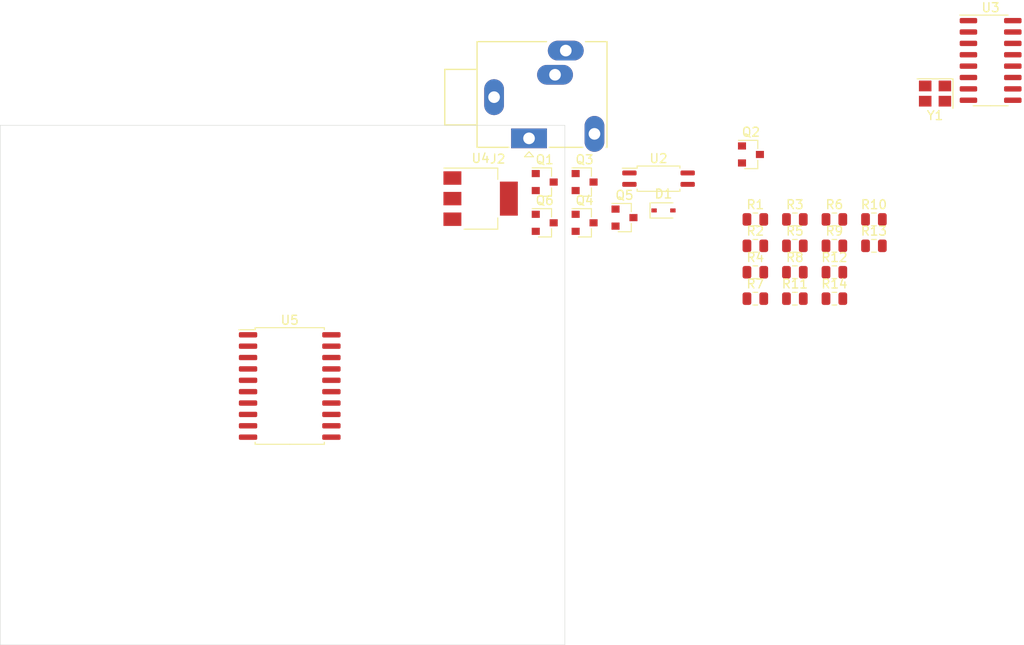
<source format=kicad_pcb>
(kicad_pcb (version 20171130) (host pcbnew "(5.1.6)-1")

  (general
    (thickness 1.6)
    (drawings 4)
    (tracks 0)
    (zones 0)
    (modules 27)
    (nets 51)
  )

  (page A4)
  (layers
    (0 F.Cu signal)
    (31 B.Cu signal)
    (32 B.Adhes user)
    (33 F.Adhes user)
    (34 B.Paste user)
    (35 F.Paste user)
    (36 B.SilkS user)
    (37 F.SilkS user)
    (38 B.Mask user)
    (39 F.Mask user)
    (40 Dwgs.User user)
    (41 Cmts.User user)
    (42 Eco1.User user)
    (43 Eco2.User user)
    (44 Edge.Cuts user)
    (45 Margin user)
    (46 B.CrtYd user)
    (47 F.CrtYd user)
    (48 B.Fab user)
    (49 F.Fab user)
  )

  (setup
    (last_trace_width 0.25)
    (trace_clearance 0.2)
    (zone_clearance 0.508)
    (zone_45_only no)
    (trace_min 0.2)
    (via_size 0.8)
    (via_drill 0.4)
    (via_min_size 0.4)
    (via_min_drill 0.3)
    (uvia_size 0.3)
    (uvia_drill 0.1)
    (uvias_allowed no)
    (uvia_min_size 0.2)
    (uvia_min_drill 0.1)
    (edge_width 0.05)
    (segment_width 0.2)
    (pcb_text_width 0.3)
    (pcb_text_size 1.5 1.5)
    (mod_edge_width 0.12)
    (mod_text_size 1 1)
    (mod_text_width 0.15)
    (pad_size 1.524 1.524)
    (pad_drill 0.762)
    (pad_to_mask_clearance 0.05)
    (aux_axis_origin 0 0)
    (visible_elements FFFFFF7F)
    (pcbplotparams
      (layerselection 0x010fc_ffffffff)
      (usegerberextensions false)
      (usegerberattributes true)
      (usegerberadvancedattributes true)
      (creategerberjobfile true)
      (excludeedgelayer true)
      (linewidth 0.100000)
      (plotframeref false)
      (viasonmask false)
      (mode 1)
      (useauxorigin false)
      (hpglpennumber 1)
      (hpglpenspeed 20)
      (hpglpendiameter 15.000000)
      (psnegative false)
      (psa4output false)
      (plotreference true)
      (plotvalue true)
      (plotinvisibletext false)
      (padsonsilk false)
      (subtractmaskfromsilk false)
      (outputformat 1)
      (mirror false)
      (drillshape 1)
      (scaleselection 1)
      (outputdirectory ""))
  )

  (net 0 "")
  (net 1 VBUS)
  (net 2 HC-SR501_VCC)
  (net 3 "Net-(J2-PadS)")
  (net 4 "Net-(J2-PadR)")
  (net 5 "Net-(J2-PadRN)")
  (net 6 "Net-(J2-PadTN)")
  (net 7 "Net-(J2-PadT)")
  (net 8 "Net-(Q1-Pad3)")
  (net 9 GND)
  (net 10 "Net-(Q1-Pad1)")
  (net 11 "Net-(Q2-Pad3)")
  (net 12 "Net-(Q2-Pad2)")
  (net 13 "Net-(Q2-Pad1)")
  (net 14 DIN_PIR)
  (net 15 "Net-(Q4-Pad1)")
  (net 16 DIN_USB_ON)
  (net 17 DOUT_BAT_CHECK_EN)
  (net 18 "Net-(R3-Pad1)")
  (net 19 +3V3)
  (net 20 "Net-(U3-Pad15)")
  (net 21 "Net-(U3-Pad14)")
  (net 22 "Net-(U3-Pad13)")
  (net 23 "Net-(U3-Pad12)")
  (net 24 "Net-(U3-Pad11)")
  (net 25 "Net-(U3-Pad10)")
  (net 26 "Net-(U3-Pad9)")
  (net 27 "Net-(C2-Pad2)")
  (net 28 "Net-(C1-Pad2)")
  (net 29 "Net-(J1-Pad2)")
  (net 30 "Net-(J1-Pad3)")
  (net 31 PIC_Rx)
  (net 32 PIC_Tx)
  (net 33 ICSPDAT)
  (net 34 ICSPCL)
  (net 35 "Net-(U5-Pad17)")
  (net 36 ANIN_BAT_CHECK_VADC)
  (net 37 "Net-(U5-Pad11)")
  (net 38 "Net-(U5-Pad10)")
  (net 39 "Net-(SW2-Pad4)")
  (net 40 "Net-(SW2-Pad3)")
  (net 41 "Net-(SW2-Pad1)")
  (net 42 "Net-(SW2-Pad2)")
  (net 43 VPP)
  (net 44 "Net-(U5-Pad3)")
  (net 45 DOUT_CAM)
  (net 46 "Net-(Q5-Pad3)")
  (net 47 "Net-(Q6-Pad1)")
  (net 48 "Net-(D2-Pad2)")
  (net 49 "Net-(J3-Pad2)")
  (net 50 VBAT)

  (net_class Default "This is the default net class."
    (clearance 0.2)
    (trace_width 0.25)
    (via_dia 0.8)
    (via_drill 0.4)
    (uvia_dia 0.3)
    (uvia_drill 0.1)
    (add_net +3V3)
    (add_net ANIN_BAT_CHECK_VADC)
    (add_net DIN_PIR)
    (add_net DIN_USB_ON)
    (add_net DOUT_BAT_CHECK_EN)
    (add_net DOUT_CAM)
    (add_net GND)
    (add_net HC-SR501_VCC)
    (add_net ICSPCL)
    (add_net ICSPDAT)
    (add_net "Net-(C1-Pad2)")
    (add_net "Net-(C2-Pad2)")
    (add_net "Net-(D2-Pad2)")
    (add_net "Net-(J1-Pad2)")
    (add_net "Net-(J1-Pad3)")
    (add_net "Net-(J2-PadR)")
    (add_net "Net-(J2-PadRN)")
    (add_net "Net-(J2-PadS)")
    (add_net "Net-(J2-PadT)")
    (add_net "Net-(J2-PadTN)")
    (add_net "Net-(J3-Pad2)")
    (add_net "Net-(Q1-Pad1)")
    (add_net "Net-(Q1-Pad3)")
    (add_net "Net-(Q2-Pad1)")
    (add_net "Net-(Q2-Pad2)")
    (add_net "Net-(Q2-Pad3)")
    (add_net "Net-(Q4-Pad1)")
    (add_net "Net-(Q5-Pad3)")
    (add_net "Net-(Q6-Pad1)")
    (add_net "Net-(R3-Pad1)")
    (add_net "Net-(SW2-Pad1)")
    (add_net "Net-(SW2-Pad2)")
    (add_net "Net-(SW2-Pad3)")
    (add_net "Net-(SW2-Pad4)")
    (add_net "Net-(U3-Pad10)")
    (add_net "Net-(U3-Pad11)")
    (add_net "Net-(U3-Pad12)")
    (add_net "Net-(U3-Pad13)")
    (add_net "Net-(U3-Pad14)")
    (add_net "Net-(U3-Pad15)")
    (add_net "Net-(U3-Pad9)")
    (add_net "Net-(U5-Pad10)")
    (add_net "Net-(U5-Pad11)")
    (add_net "Net-(U5-Pad17)")
    (add_net "Net-(U5-Pad3)")
    (add_net PIC_Rx)
    (add_net PIC_Tx)
    (add_net VBAT)
    (add_net VBUS)
    (add_net VPP)
  )

  (module Crystal:Crystal_SMD_3225-4Pin_3.2x2.5mm (layer F.Cu) (tedit 5A0FD1B2) (tstamp 5F8F078B)
    (at 170.3 82.95 180)
    (descr "SMD Crystal SERIES SMD3225/4 http://www.txccrystal.com/images/pdf/7m-accuracy.pdf, 3.2x2.5mm^2 package")
    (tags "SMD SMT crystal")
    (path /5F8E94EB)
    (attr smd)
    (fp_text reference Y1 (at 0 -2.45) (layer F.SilkS)
      (effects (font (size 1 1) (thickness 0.15)))
    )
    (fp_text value 12MHz (at 0 2.45) (layer F.Fab)
      (effects (font (size 1 1) (thickness 0.15)))
    )
    (fp_text user %R (at 0 0) (layer F.Fab)
      (effects (font (size 0.7 0.7) (thickness 0.105)))
    )
    (fp_line (start -1.6 -1.25) (end -1.6 1.25) (layer F.Fab) (width 0.1))
    (fp_line (start -1.6 1.25) (end 1.6 1.25) (layer F.Fab) (width 0.1))
    (fp_line (start 1.6 1.25) (end 1.6 -1.25) (layer F.Fab) (width 0.1))
    (fp_line (start 1.6 -1.25) (end -1.6 -1.25) (layer F.Fab) (width 0.1))
    (fp_line (start -1.6 0.25) (end -0.6 1.25) (layer F.Fab) (width 0.1))
    (fp_line (start -2 -1.65) (end -2 1.65) (layer F.SilkS) (width 0.12))
    (fp_line (start -2 1.65) (end 2 1.65) (layer F.SilkS) (width 0.12))
    (fp_line (start -2.1 -1.7) (end -2.1 1.7) (layer F.CrtYd) (width 0.05))
    (fp_line (start -2.1 1.7) (end 2.1 1.7) (layer F.CrtYd) (width 0.05))
    (fp_line (start 2.1 1.7) (end 2.1 -1.7) (layer F.CrtYd) (width 0.05))
    (fp_line (start 2.1 -1.7) (end -2.1 -1.7) (layer F.CrtYd) (width 0.05))
    (pad 4 smd rect (at -1.1 -0.85 180) (size 1.4 1.2) (layers F.Cu F.Paste F.Mask))
    (pad 3 smd rect (at 1.1 -0.85 180) (size 1.4 1.2) (layers F.Cu F.Paste F.Mask)
      (net 27 "Net-(C2-Pad2)"))
    (pad 2 smd rect (at 1.1 0.85 180) (size 1.4 1.2) (layers F.Cu F.Paste F.Mask)
      (net 9 GND))
    (pad 1 smd rect (at -1.1 0.85 180) (size 1.4 1.2) (layers F.Cu F.Paste F.Mask)
      (net 28 "Net-(C1-Pad2)"))
    (model ${KISYS3DMOD}/Crystal.3dshapes/Crystal_SMD_3225-4Pin_3.2x2.5mm.wrl
      (at (xyz 0 0 0))
      (scale (xyz 1 1 1))
      (rotate (xyz 0 0 0))
    )
  )

  (module Resistor_SMD:R_0805_2012Metric (layer F.Cu) (tedit 5B36C52B) (tstamp 5F8EFD64)
    (at 159.07 105.85)
    (descr "Resistor SMD 0805 (2012 Metric), square (rectangular) end terminal, IPC_7351 nominal, (Body size source: https://docs.google.com/spreadsheets/d/1BsfQQcO9C6DZCsRaXUlFlo91Tg2WpOkGARC1WS5S8t0/edit?usp=sharing), generated with kicad-footprint-generator")
    (tags resistor)
    (path /5F8D06AC)
    (attr smd)
    (fp_text reference R14 (at 0 -1.65) (layer F.SilkS)
      (effects (font (size 1 1) (thickness 0.15)))
    )
    (fp_text value 47K (at 0 1.65) (layer F.Fab)
      (effects (font (size 1 1) (thickness 0.15)))
    )
    (fp_text user %R (at 0 0) (layer F.Fab)
      (effects (font (size 0.5 0.5) (thickness 0.08)))
    )
    (fp_line (start -1 0.6) (end -1 -0.6) (layer F.Fab) (width 0.1))
    (fp_line (start -1 -0.6) (end 1 -0.6) (layer F.Fab) (width 0.1))
    (fp_line (start 1 -0.6) (end 1 0.6) (layer F.Fab) (width 0.1))
    (fp_line (start 1 0.6) (end -1 0.6) (layer F.Fab) (width 0.1))
    (fp_line (start -0.258578 -0.71) (end 0.258578 -0.71) (layer F.SilkS) (width 0.12))
    (fp_line (start -0.258578 0.71) (end 0.258578 0.71) (layer F.SilkS) (width 0.12))
    (fp_line (start -1.68 0.95) (end -1.68 -0.95) (layer F.CrtYd) (width 0.05))
    (fp_line (start -1.68 -0.95) (end 1.68 -0.95) (layer F.CrtYd) (width 0.05))
    (fp_line (start 1.68 -0.95) (end 1.68 0.95) (layer F.CrtYd) (width 0.05))
    (fp_line (start 1.68 0.95) (end -1.68 0.95) (layer F.CrtYd) (width 0.05))
    (pad 2 smd roundrect (at 0.9375 0) (size 0.975 1.4) (layers F.Cu F.Paste F.Mask) (roundrect_rratio 0.25)
      (net 19 +3V3))
    (pad 1 smd roundrect (at -0.9375 0) (size 0.975 1.4) (layers F.Cu F.Paste F.Mask) (roundrect_rratio 0.25)
      (net 43 VPP))
    (model ${KISYS3DMOD}/Resistor_SMD.3dshapes/R_0805_2012Metric.wrl
      (at (xyz 0 0 0))
      (scale (xyz 1 1 1))
      (rotate (xyz 0 0 0))
    )
  )

  (module Resistor_SMD:R_0805_2012Metric (layer F.Cu) (tedit 5B36C52B) (tstamp 5F8EFD53)
    (at 163.48 99.95)
    (descr "Resistor SMD 0805 (2012 Metric), square (rectangular) end terminal, IPC_7351 nominal, (Body size source: https://docs.google.com/spreadsheets/d/1BsfQQcO9C6DZCsRaXUlFlo91Tg2WpOkGARC1WS5S8t0/edit?usp=sharing), generated with kicad-footprint-generator")
    (tags resistor)
    (path /5F90503C)
    (attr smd)
    (fp_text reference R13 (at 0 -1.65) (layer F.SilkS)
      (effects (font (size 1 1) (thickness 0.15)))
    )
    (fp_text value 10K (at 0 1.65) (layer F.Fab)
      (effects (font (size 1 1) (thickness 0.15)))
    )
    (fp_text user %R (at 0 0) (layer F.Fab)
      (effects (font (size 0.5 0.5) (thickness 0.08)))
    )
    (fp_line (start -1 0.6) (end -1 -0.6) (layer F.Fab) (width 0.1))
    (fp_line (start -1 -0.6) (end 1 -0.6) (layer F.Fab) (width 0.1))
    (fp_line (start 1 -0.6) (end 1 0.6) (layer F.Fab) (width 0.1))
    (fp_line (start 1 0.6) (end -1 0.6) (layer F.Fab) (width 0.1))
    (fp_line (start -0.258578 -0.71) (end 0.258578 -0.71) (layer F.SilkS) (width 0.12))
    (fp_line (start -0.258578 0.71) (end 0.258578 0.71) (layer F.SilkS) (width 0.12))
    (fp_line (start -1.68 0.95) (end -1.68 -0.95) (layer F.CrtYd) (width 0.05))
    (fp_line (start -1.68 -0.95) (end 1.68 -0.95) (layer F.CrtYd) (width 0.05))
    (fp_line (start 1.68 -0.95) (end 1.68 0.95) (layer F.CrtYd) (width 0.05))
    (fp_line (start 1.68 0.95) (end -1.68 0.95) (layer F.CrtYd) (width 0.05))
    (pad 2 smd roundrect (at 0.9375 0) (size 0.975 1.4) (layers F.Cu F.Paste F.Mask) (roundrect_rratio 0.25)
      (net 14 DIN_PIR))
    (pad 1 smd roundrect (at -0.9375 0) (size 0.975 1.4) (layers F.Cu F.Paste F.Mask) (roundrect_rratio 0.25)
      (net 19 +3V3))
    (model ${KISYS3DMOD}/Resistor_SMD.3dshapes/R_0805_2012Metric.wrl
      (at (xyz 0 0 0))
      (scale (xyz 1 1 1))
      (rotate (xyz 0 0 0))
    )
  )

  (module Resistor_SMD:R_0805_2012Metric (layer F.Cu) (tedit 5B36C52B) (tstamp 5F8EFD42)
    (at 159.07 102.9)
    (descr "Resistor SMD 0805 (2012 Metric), square (rectangular) end terminal, IPC_7351 nominal, (Body size source: https://docs.google.com/spreadsheets/d/1BsfQQcO9C6DZCsRaXUlFlo91Tg2WpOkGARC1WS5S8t0/edit?usp=sharing), generated with kicad-footprint-generator")
    (tags resistor)
    (path /5FC4914E)
    (attr smd)
    (fp_text reference R12 (at 0 -1.65) (layer F.SilkS)
      (effects (font (size 1 1) (thickness 0.15)))
    )
    (fp_text value 47K (at 0 1.65) (layer F.Fab)
      (effects (font (size 1 1) (thickness 0.15)))
    )
    (fp_text user %R (at 0 0) (layer F.Fab)
      (effects (font (size 0.5 0.5) (thickness 0.08)))
    )
    (fp_line (start -1 0.6) (end -1 -0.6) (layer F.Fab) (width 0.1))
    (fp_line (start -1 -0.6) (end 1 -0.6) (layer F.Fab) (width 0.1))
    (fp_line (start 1 -0.6) (end 1 0.6) (layer F.Fab) (width 0.1))
    (fp_line (start 1 0.6) (end -1 0.6) (layer F.Fab) (width 0.1))
    (fp_line (start -0.258578 -0.71) (end 0.258578 -0.71) (layer F.SilkS) (width 0.12))
    (fp_line (start -0.258578 0.71) (end 0.258578 0.71) (layer F.SilkS) (width 0.12))
    (fp_line (start -1.68 0.95) (end -1.68 -0.95) (layer F.CrtYd) (width 0.05))
    (fp_line (start -1.68 -0.95) (end 1.68 -0.95) (layer F.CrtYd) (width 0.05))
    (fp_line (start 1.68 -0.95) (end 1.68 0.95) (layer F.CrtYd) (width 0.05))
    (fp_line (start 1.68 0.95) (end -1.68 0.95) (layer F.CrtYd) (width 0.05))
    (pad 2 smd roundrect (at 0.9375 0) (size 0.975 1.4) (layers F.Cu F.Paste F.Mask) (roundrect_rratio 0.25)
      (net 36 ANIN_BAT_CHECK_VADC))
    (pad 1 smd roundrect (at -0.9375 0) (size 0.975 1.4) (layers F.Cu F.Paste F.Mask) (roundrect_rratio 0.25)
      (net 46 "Net-(Q5-Pad3)"))
    (model ${KISYS3DMOD}/Resistor_SMD.3dshapes/R_0805_2012Metric.wrl
      (at (xyz 0 0 0))
      (scale (xyz 1 1 1))
      (rotate (xyz 0 0 0))
    )
  )

  (module Resistor_SMD:R_0805_2012Metric (layer F.Cu) (tedit 5B36C52B) (tstamp 5F8EFD31)
    (at 154.66 105.85)
    (descr "Resistor SMD 0805 (2012 Metric), square (rectangular) end terminal, IPC_7351 nominal, (Body size source: https://docs.google.com/spreadsheets/d/1BsfQQcO9C6DZCsRaXUlFlo91Tg2WpOkGARC1WS5S8t0/edit?usp=sharing), generated with kicad-footprint-generator")
    (tags resistor)
    (path /5FC49154)
    (attr smd)
    (fp_text reference R11 (at 0 -1.65) (layer F.SilkS)
      (effects (font (size 1 1) (thickness 0.15)))
    )
    (fp_text value 47K (at 0 1.65) (layer F.Fab)
      (effects (font (size 1 1) (thickness 0.15)))
    )
    (fp_text user %R (at 0 0) (layer F.Fab)
      (effects (font (size 0.5 0.5) (thickness 0.08)))
    )
    (fp_line (start -1 0.6) (end -1 -0.6) (layer F.Fab) (width 0.1))
    (fp_line (start -1 -0.6) (end 1 -0.6) (layer F.Fab) (width 0.1))
    (fp_line (start 1 -0.6) (end 1 0.6) (layer F.Fab) (width 0.1))
    (fp_line (start 1 0.6) (end -1 0.6) (layer F.Fab) (width 0.1))
    (fp_line (start -0.258578 -0.71) (end 0.258578 -0.71) (layer F.SilkS) (width 0.12))
    (fp_line (start -0.258578 0.71) (end 0.258578 0.71) (layer F.SilkS) (width 0.12))
    (fp_line (start -1.68 0.95) (end -1.68 -0.95) (layer F.CrtYd) (width 0.05))
    (fp_line (start -1.68 -0.95) (end 1.68 -0.95) (layer F.CrtYd) (width 0.05))
    (fp_line (start 1.68 -0.95) (end 1.68 0.95) (layer F.CrtYd) (width 0.05))
    (fp_line (start 1.68 0.95) (end -1.68 0.95) (layer F.CrtYd) (width 0.05))
    (pad 2 smd roundrect (at 0.9375 0) (size 0.975 1.4) (layers F.Cu F.Paste F.Mask) (roundrect_rratio 0.25)
      (net 50 VBAT))
    (pad 1 smd roundrect (at -0.9375 0) (size 0.975 1.4) (layers F.Cu F.Paste F.Mask) (roundrect_rratio 0.25)
      (net 36 ANIN_BAT_CHECK_VADC))
    (model ${KISYS3DMOD}/Resistor_SMD.3dshapes/R_0805_2012Metric.wrl
      (at (xyz 0 0 0))
      (scale (xyz 1 1 1))
      (rotate (xyz 0 0 0))
    )
  )

  (module Resistor_SMD:R_0805_2012Metric (layer F.Cu) (tedit 5B36C52B) (tstamp 5F8EFD20)
    (at 163.48 97)
    (descr "Resistor SMD 0805 (2012 Metric), square (rectangular) end terminal, IPC_7351 nominal, (Body size source: https://docs.google.com/spreadsheets/d/1BsfQQcO9C6DZCsRaXUlFlo91Tg2WpOkGARC1WS5S8t0/edit?usp=sharing), generated with kicad-footprint-generator")
    (tags resistor)
    (path /5F905035)
    (attr smd)
    (fp_text reference R10 (at 0 -1.65) (layer F.SilkS)
      (effects (font (size 1 1) (thickness 0.15)))
    )
    (fp_text value 1K (at 0 1.65) (layer F.Fab)
      (effects (font (size 1 1) (thickness 0.15)))
    )
    (fp_text user %R (at 0 0) (layer F.Fab)
      (effects (font (size 0.5 0.5) (thickness 0.08)))
    )
    (fp_line (start -1 0.6) (end -1 -0.6) (layer F.Fab) (width 0.1))
    (fp_line (start -1 -0.6) (end 1 -0.6) (layer F.Fab) (width 0.1))
    (fp_line (start 1 -0.6) (end 1 0.6) (layer F.Fab) (width 0.1))
    (fp_line (start 1 0.6) (end -1 0.6) (layer F.Fab) (width 0.1))
    (fp_line (start -0.258578 -0.71) (end 0.258578 -0.71) (layer F.SilkS) (width 0.12))
    (fp_line (start -0.258578 0.71) (end 0.258578 0.71) (layer F.SilkS) (width 0.12))
    (fp_line (start -1.68 0.95) (end -1.68 -0.95) (layer F.CrtYd) (width 0.05))
    (fp_line (start -1.68 -0.95) (end 1.68 -0.95) (layer F.CrtYd) (width 0.05))
    (fp_line (start 1.68 -0.95) (end 1.68 0.95) (layer F.CrtYd) (width 0.05))
    (fp_line (start 1.68 0.95) (end -1.68 0.95) (layer F.CrtYd) (width 0.05))
    (pad 2 smd roundrect (at 0.9375 0) (size 0.975 1.4) (layers F.Cu F.Paste F.Mask) (roundrect_rratio 0.25)
      (net 47 "Net-(Q6-Pad1)"))
    (pad 1 smd roundrect (at -0.9375 0) (size 0.975 1.4) (layers F.Cu F.Paste F.Mask) (roundrect_rratio 0.25)
      (net 49 "Net-(J3-Pad2)"))
    (model ${KISYS3DMOD}/Resistor_SMD.3dshapes/R_0805_2012Metric.wrl
      (at (xyz 0 0 0))
      (scale (xyz 1 1 1))
      (rotate (xyz 0 0 0))
    )
  )

  (module Resistor_SMD:R_0805_2012Metric (layer F.Cu) (tedit 5B36C52B) (tstamp 5F8EFD0F)
    (at 159.07 99.95)
    (descr "Resistor SMD 0805 (2012 Metric), square (rectangular) end terminal, IPC_7351 nominal, (Body size source: https://docs.google.com/spreadsheets/d/1BsfQQcO9C6DZCsRaXUlFlo91Tg2WpOkGARC1WS5S8t0/edit?usp=sharing), generated with kicad-footprint-generator")
    (tags resistor)
    (path /5FB1AA17)
    (attr smd)
    (fp_text reference R9 (at 0 -1.65) (layer F.SilkS)
      (effects (font (size 1 1) (thickness 0.15)))
    )
    (fp_text value 10K (at 0 1.65) (layer F.Fab)
      (effects (font (size 1 1) (thickness 0.15)))
    )
    (fp_text user %R (at 0 0) (layer F.Fab)
      (effects (font (size 0.5 0.5) (thickness 0.08)))
    )
    (fp_line (start -1 0.6) (end -1 -0.6) (layer F.Fab) (width 0.1))
    (fp_line (start -1 -0.6) (end 1 -0.6) (layer F.Fab) (width 0.1))
    (fp_line (start 1 -0.6) (end 1 0.6) (layer F.Fab) (width 0.1))
    (fp_line (start 1 0.6) (end -1 0.6) (layer F.Fab) (width 0.1))
    (fp_line (start -0.258578 -0.71) (end 0.258578 -0.71) (layer F.SilkS) (width 0.12))
    (fp_line (start -0.258578 0.71) (end 0.258578 0.71) (layer F.SilkS) (width 0.12))
    (fp_line (start -1.68 0.95) (end -1.68 -0.95) (layer F.CrtYd) (width 0.05))
    (fp_line (start -1.68 -0.95) (end 1.68 -0.95) (layer F.CrtYd) (width 0.05))
    (fp_line (start 1.68 -0.95) (end 1.68 0.95) (layer F.CrtYd) (width 0.05))
    (fp_line (start 1.68 0.95) (end -1.68 0.95) (layer F.CrtYd) (width 0.05))
    (pad 2 smd roundrect (at 0.9375 0) (size 0.975 1.4) (layers F.Cu F.Paste F.Mask) (roundrect_rratio 0.25)
      (net 16 DIN_USB_ON))
    (pad 1 smd roundrect (at -0.9375 0) (size 0.975 1.4) (layers F.Cu F.Paste F.Mask) (roundrect_rratio 0.25)
      (net 19 +3V3))
    (model ${KISYS3DMOD}/Resistor_SMD.3dshapes/R_0805_2012Metric.wrl
      (at (xyz 0 0 0))
      (scale (xyz 1 1 1))
      (rotate (xyz 0 0 0))
    )
  )

  (module Resistor_SMD:R_0805_2012Metric (layer F.Cu) (tedit 5B36C52B) (tstamp 5F8EFCFE)
    (at 154.66 102.9)
    (descr "Resistor SMD 0805 (2012 Metric), square (rectangular) end terminal, IPC_7351 nominal, (Body size source: https://docs.google.com/spreadsheets/d/1BsfQQcO9C6DZCsRaXUlFlo91Tg2WpOkGARC1WS5S8t0/edit?usp=sharing), generated with kicad-footprint-generator")
    (tags resistor)
    (path /5FE973F4)
    (attr smd)
    (fp_text reference R8 (at 0 -1.65) (layer F.SilkS)
      (effects (font (size 1 1) (thickness 0.15)))
    )
    (fp_text value 470 (at 0 1.65) (layer F.Fab)
      (effects (font (size 1 1) (thickness 0.15)))
    )
    (fp_text user %R (at 0 0) (layer F.Fab)
      (effects (font (size 0.5 0.5) (thickness 0.08)))
    )
    (fp_line (start -1 0.6) (end -1 -0.6) (layer F.Fab) (width 0.1))
    (fp_line (start -1 -0.6) (end 1 -0.6) (layer F.Fab) (width 0.1))
    (fp_line (start 1 -0.6) (end 1 0.6) (layer F.Fab) (width 0.1))
    (fp_line (start 1 0.6) (end -1 0.6) (layer F.Fab) (width 0.1))
    (fp_line (start -0.258578 -0.71) (end 0.258578 -0.71) (layer F.SilkS) (width 0.12))
    (fp_line (start -0.258578 0.71) (end 0.258578 0.71) (layer F.SilkS) (width 0.12))
    (fp_line (start -1.68 0.95) (end -1.68 -0.95) (layer F.CrtYd) (width 0.05))
    (fp_line (start -1.68 -0.95) (end 1.68 -0.95) (layer F.CrtYd) (width 0.05))
    (fp_line (start 1.68 -0.95) (end 1.68 0.95) (layer F.CrtYd) (width 0.05))
    (fp_line (start 1.68 0.95) (end -1.68 0.95) (layer F.CrtYd) (width 0.05))
    (pad 2 smd roundrect (at 0.9375 0) (size 0.975 1.4) (layers F.Cu F.Paste F.Mask) (roundrect_rratio 0.25)
      (net 48 "Net-(D2-Pad2)"))
    (pad 1 smd roundrect (at -0.9375 0) (size 0.975 1.4) (layers F.Cu F.Paste F.Mask) (roundrect_rratio 0.25)
      (net 19 +3V3))
    (model ${KISYS3DMOD}/Resistor_SMD.3dshapes/R_0805_2012Metric.wrl
      (at (xyz 0 0 0))
      (scale (xyz 1 1 1))
      (rotate (xyz 0 0 0))
    )
  )

  (module Resistor_SMD:R_0805_2012Metric (layer F.Cu) (tedit 5B36C52B) (tstamp 5F8EFCED)
    (at 150.25 105.85)
    (descr "Resistor SMD 0805 (2012 Metric), square (rectangular) end terminal, IPC_7351 nominal, (Body size source: https://docs.google.com/spreadsheets/d/1BsfQQcO9C6DZCsRaXUlFlo91Tg2WpOkGARC1WS5S8t0/edit?usp=sharing), generated with kicad-footprint-generator")
    (tags resistor)
    (path /5FB1AA0B)
    (attr smd)
    (fp_text reference R7 (at 0 -1.65) (layer F.SilkS)
      (effects (font (size 1 1) (thickness 0.15)))
    )
    (fp_text value 1K (at 0 1.65) (layer F.Fab)
      (effects (font (size 1 1) (thickness 0.15)))
    )
    (fp_text user %R (at 0 0) (layer F.Fab)
      (effects (font (size 0.5 0.5) (thickness 0.08)))
    )
    (fp_line (start -1 0.6) (end -1 -0.6) (layer F.Fab) (width 0.1))
    (fp_line (start -1 -0.6) (end 1 -0.6) (layer F.Fab) (width 0.1))
    (fp_line (start 1 -0.6) (end 1 0.6) (layer F.Fab) (width 0.1))
    (fp_line (start 1 0.6) (end -1 0.6) (layer F.Fab) (width 0.1))
    (fp_line (start -0.258578 -0.71) (end 0.258578 -0.71) (layer F.SilkS) (width 0.12))
    (fp_line (start -0.258578 0.71) (end 0.258578 0.71) (layer F.SilkS) (width 0.12))
    (fp_line (start -1.68 0.95) (end -1.68 -0.95) (layer F.CrtYd) (width 0.05))
    (fp_line (start -1.68 -0.95) (end 1.68 -0.95) (layer F.CrtYd) (width 0.05))
    (fp_line (start 1.68 -0.95) (end 1.68 0.95) (layer F.CrtYd) (width 0.05))
    (fp_line (start 1.68 0.95) (end -1.68 0.95) (layer F.CrtYd) (width 0.05))
    (pad 2 smd roundrect (at 0.9375 0) (size 0.975 1.4) (layers F.Cu F.Paste F.Mask) (roundrect_rratio 0.25)
      (net 1 VBUS))
    (pad 1 smd roundrect (at -0.9375 0) (size 0.975 1.4) (layers F.Cu F.Paste F.Mask) (roundrect_rratio 0.25)
      (net 15 "Net-(Q4-Pad1)"))
    (model ${KISYS3DMOD}/Resistor_SMD.3dshapes/R_0805_2012Metric.wrl
      (at (xyz 0 0 0))
      (scale (xyz 1 1 1))
      (rotate (xyz 0 0 0))
    )
  )

  (module Resistor_SMD:R_0805_2012Metric (layer F.Cu) (tedit 5B36C52B) (tstamp 5F8EFCDC)
    (at 159.07 97)
    (descr "Resistor SMD 0805 (2012 Metric), square (rectangular) end terminal, IPC_7351 nominal, (Body size source: https://docs.google.com/spreadsheets/d/1BsfQQcO9C6DZCsRaXUlFlo91Tg2WpOkGARC1WS5S8t0/edit?usp=sharing), generated with kicad-footprint-generator")
    (tags resistor)
    (path /5FC123F0)
    (attr smd)
    (fp_text reference R6 (at 0 -1.65) (layer F.SilkS)
      (effects (font (size 1 1) (thickness 0.15)))
    )
    (fp_text value 100K (at 0 1.65) (layer F.Fab)
      (effects (font (size 1 1) (thickness 0.15)))
    )
    (fp_text user %R (at 0 0) (layer F.Fab)
      (effects (font (size 0.5 0.5) (thickness 0.08)))
    )
    (fp_line (start -1 0.6) (end -1 -0.6) (layer F.Fab) (width 0.1))
    (fp_line (start -1 -0.6) (end 1 -0.6) (layer F.Fab) (width 0.1))
    (fp_line (start 1 -0.6) (end 1 0.6) (layer F.Fab) (width 0.1))
    (fp_line (start 1 0.6) (end -1 0.6) (layer F.Fab) (width 0.1))
    (fp_line (start -0.258578 -0.71) (end 0.258578 -0.71) (layer F.SilkS) (width 0.12))
    (fp_line (start -0.258578 0.71) (end 0.258578 0.71) (layer F.SilkS) (width 0.12))
    (fp_line (start -1.68 0.95) (end -1.68 -0.95) (layer F.CrtYd) (width 0.05))
    (fp_line (start -1.68 -0.95) (end 1.68 -0.95) (layer F.CrtYd) (width 0.05))
    (fp_line (start 1.68 -0.95) (end 1.68 0.95) (layer F.CrtYd) (width 0.05))
    (fp_line (start 1.68 0.95) (end -1.68 0.95) (layer F.CrtYd) (width 0.05))
    (pad 2 smd roundrect (at 0.9375 0) (size 0.975 1.4) (layers F.Cu F.Paste F.Mask) (roundrect_rratio 0.25)
      (net 9 GND))
    (pad 1 smd roundrect (at -0.9375 0) (size 0.975 1.4) (layers F.Cu F.Paste F.Mask) (roundrect_rratio 0.25)
      (net 11 "Net-(Q2-Pad3)"))
    (model ${KISYS3DMOD}/Resistor_SMD.3dshapes/R_0805_2012Metric.wrl
      (at (xyz 0 0 0))
      (scale (xyz 1 1 1))
      (rotate (xyz 0 0 0))
    )
  )

  (module Resistor_SMD:R_0805_2012Metric (layer F.Cu) (tedit 5B36C52B) (tstamp 5F8EFCCB)
    (at 154.66 99.95)
    (descr "Resistor SMD 0805 (2012 Metric), square (rectangular) end terminal, IPC_7351 nominal, (Body size source: https://docs.google.com/spreadsheets/d/1BsfQQcO9C6DZCsRaXUlFlo91Tg2WpOkGARC1WS5S8t0/edit?usp=sharing), generated with kicad-footprint-generator")
    (tags resistor)
    (path /5FC123E3)
    (attr smd)
    (fp_text reference R5 (at 0 -1.65) (layer F.SilkS)
      (effects (font (size 1 1) (thickness 0.15)))
    )
    (fp_text value 1M (at 0 1.65) (layer F.Fab)
      (effects (font (size 1 1) (thickness 0.15)))
    )
    (fp_text user %R (at 0 0) (layer F.Fab)
      (effects (font (size 0.5 0.5) (thickness 0.08)))
    )
    (fp_line (start -1 0.6) (end -1 -0.6) (layer F.Fab) (width 0.1))
    (fp_line (start -1 -0.6) (end 1 -0.6) (layer F.Fab) (width 0.1))
    (fp_line (start 1 -0.6) (end 1 0.6) (layer F.Fab) (width 0.1))
    (fp_line (start 1 0.6) (end -1 0.6) (layer F.Fab) (width 0.1))
    (fp_line (start -0.258578 -0.71) (end 0.258578 -0.71) (layer F.SilkS) (width 0.12))
    (fp_line (start -0.258578 0.71) (end 0.258578 0.71) (layer F.SilkS) (width 0.12))
    (fp_line (start -1.68 0.95) (end -1.68 -0.95) (layer F.CrtYd) (width 0.05))
    (fp_line (start -1.68 -0.95) (end 1.68 -0.95) (layer F.CrtYd) (width 0.05))
    (fp_line (start 1.68 -0.95) (end 1.68 0.95) (layer F.CrtYd) (width 0.05))
    (fp_line (start 1.68 0.95) (end -1.68 0.95) (layer F.CrtYd) (width 0.05))
    (pad 2 smd roundrect (at 0.9375 0) (size 0.975 1.4) (layers F.Cu F.Paste F.Mask) (roundrect_rratio 0.25)
      (net 8 "Net-(Q1-Pad3)"))
    (pad 1 smd roundrect (at -0.9375 0) (size 0.975 1.4) (layers F.Cu F.Paste F.Mask) (roundrect_rratio 0.25)
      (net 13 "Net-(Q2-Pad1)"))
    (model ${KISYS3DMOD}/Resistor_SMD.3dshapes/R_0805_2012Metric.wrl
      (at (xyz 0 0 0))
      (scale (xyz 1 1 1))
      (rotate (xyz 0 0 0))
    )
  )

  (module Resistor_SMD:R_0805_2012Metric (layer F.Cu) (tedit 5B36C52B) (tstamp 5F8EFCBA)
    (at 150.25 102.9)
    (descr "Resistor SMD 0805 (2012 Metric), square (rectangular) end terminal, IPC_7351 nominal, (Body size source: https://docs.google.com/spreadsheets/d/1BsfQQcO9C6DZCsRaXUlFlo91Tg2WpOkGARC1WS5S8t0/edit?usp=sharing), generated with kicad-footprint-generator")
    (tags resistor)
    (path /5FC123DD)
    (attr smd)
    (fp_text reference R4 (at 0 -1.65) (layer F.SilkS)
      (effects (font (size 1 1) (thickness 0.15)))
    )
    (fp_text value 1M (at 0 1.65) (layer F.Fab)
      (effects (font (size 1 1) (thickness 0.15)))
    )
    (fp_text user %R (at 0 0) (layer F.Fab)
      (effects (font (size 0.5 0.5) (thickness 0.08)))
    )
    (fp_line (start -1 0.6) (end -1 -0.6) (layer F.Fab) (width 0.1))
    (fp_line (start -1 -0.6) (end 1 -0.6) (layer F.Fab) (width 0.1))
    (fp_line (start 1 -0.6) (end 1 0.6) (layer F.Fab) (width 0.1))
    (fp_line (start 1 0.6) (end -1 0.6) (layer F.Fab) (width 0.1))
    (fp_line (start -0.258578 -0.71) (end 0.258578 -0.71) (layer F.SilkS) (width 0.12))
    (fp_line (start -0.258578 0.71) (end 0.258578 0.71) (layer F.SilkS) (width 0.12))
    (fp_line (start -1.68 0.95) (end -1.68 -0.95) (layer F.CrtYd) (width 0.05))
    (fp_line (start -1.68 -0.95) (end 1.68 -0.95) (layer F.CrtYd) (width 0.05))
    (fp_line (start 1.68 -0.95) (end 1.68 0.95) (layer F.CrtYd) (width 0.05))
    (fp_line (start 1.68 0.95) (end -1.68 0.95) (layer F.CrtYd) (width 0.05))
    (pad 2 smd roundrect (at 0.9375 0) (size 0.975 1.4) (layers F.Cu F.Paste F.Mask) (roundrect_rratio 0.25)
      (net 13 "Net-(Q2-Pad1)"))
    (pad 1 smd roundrect (at -0.9375 0) (size 0.975 1.4) (layers F.Cu F.Paste F.Mask) (roundrect_rratio 0.25)
      (net 12 "Net-(Q2-Pad2)"))
    (model ${KISYS3DMOD}/Resistor_SMD.3dshapes/R_0805_2012Metric.wrl
      (at (xyz 0 0 0))
      (scale (xyz 1 1 1))
      (rotate (xyz 0 0 0))
    )
  )

  (module Resistor_SMD:R_0805_2012Metric (layer F.Cu) (tedit 5B36C52B) (tstamp 5F8EFCA9)
    (at 154.66 97)
    (descr "Resistor SMD 0805 (2012 Metric), square (rectangular) end terminal, IPC_7351 nominal, (Body size source: https://docs.google.com/spreadsheets/d/1BsfQQcO9C6DZCsRaXUlFlo91Tg2WpOkGARC1WS5S8t0/edit?usp=sharing), generated with kicad-footprint-generator")
    (tags resistor)
    (path /5F905021)
    (attr smd)
    (fp_text reference R3 (at 0 -1.65) (layer F.SilkS)
      (effects (font (size 1 1) (thickness 0.15)))
    )
    (fp_text value 1K (at 0 1.65) (layer F.Fab)
      (effects (font (size 1 1) (thickness 0.15)))
    )
    (fp_text user %R (at 0 0) (layer F.Fab)
      (effects (font (size 0.5 0.5) (thickness 0.08)))
    )
    (fp_line (start -1 0.6) (end -1 -0.6) (layer F.Fab) (width 0.1))
    (fp_line (start -1 -0.6) (end 1 -0.6) (layer F.Fab) (width 0.1))
    (fp_line (start 1 -0.6) (end 1 0.6) (layer F.Fab) (width 0.1))
    (fp_line (start 1 0.6) (end -1 0.6) (layer F.Fab) (width 0.1))
    (fp_line (start -0.258578 -0.71) (end 0.258578 -0.71) (layer F.SilkS) (width 0.12))
    (fp_line (start -0.258578 0.71) (end 0.258578 0.71) (layer F.SilkS) (width 0.12))
    (fp_line (start -1.68 0.95) (end -1.68 -0.95) (layer F.CrtYd) (width 0.05))
    (fp_line (start -1.68 -0.95) (end 1.68 -0.95) (layer F.CrtYd) (width 0.05))
    (fp_line (start 1.68 -0.95) (end 1.68 0.95) (layer F.CrtYd) (width 0.05))
    (fp_line (start 1.68 0.95) (end -1.68 0.95) (layer F.CrtYd) (width 0.05))
    (pad 2 smd roundrect (at 0.9375 0) (size 0.975 1.4) (layers F.Cu F.Paste F.Mask) (roundrect_rratio 0.25)
      (net 45 DOUT_CAM))
    (pad 1 smd roundrect (at -0.9375 0) (size 0.975 1.4) (layers F.Cu F.Paste F.Mask) (roundrect_rratio 0.25)
      (net 18 "Net-(R3-Pad1)"))
    (model ${KISYS3DMOD}/Resistor_SMD.3dshapes/R_0805_2012Metric.wrl
      (at (xyz 0 0 0))
      (scale (xyz 1 1 1))
      (rotate (xyz 0 0 0))
    )
  )

  (module Resistor_SMD:R_0805_2012Metric (layer F.Cu) (tedit 5B36C52B) (tstamp 5F8EFC98)
    (at 150.25 99.95)
    (descr "Resistor SMD 0805 (2012 Metric), square (rectangular) end terminal, IPC_7351 nominal, (Body size source: https://docs.google.com/spreadsheets/d/1BsfQQcO9C6DZCsRaXUlFlo91Tg2WpOkGARC1WS5S8t0/edit?usp=sharing), generated with kicad-footprint-generator")
    (tags resistor)
    (path /5FC12403)
    (attr smd)
    (fp_text reference R2 (at 0 -1.65) (layer F.SilkS)
      (effects (font (size 1 1) (thickness 0.15)))
    )
    (fp_text value 10K (at 0 1.65) (layer F.Fab)
      (effects (font (size 1 1) (thickness 0.15)))
    )
    (fp_text user %R (at 0 0) (layer F.Fab)
      (effects (font (size 0.5 0.5) (thickness 0.08)))
    )
    (fp_line (start -1 0.6) (end -1 -0.6) (layer F.Fab) (width 0.1))
    (fp_line (start -1 -0.6) (end 1 -0.6) (layer F.Fab) (width 0.1))
    (fp_line (start 1 -0.6) (end 1 0.6) (layer F.Fab) (width 0.1))
    (fp_line (start 1 0.6) (end -1 0.6) (layer F.Fab) (width 0.1))
    (fp_line (start -0.258578 -0.71) (end 0.258578 -0.71) (layer F.SilkS) (width 0.12))
    (fp_line (start -0.258578 0.71) (end 0.258578 0.71) (layer F.SilkS) (width 0.12))
    (fp_line (start -1.68 0.95) (end -1.68 -0.95) (layer F.CrtYd) (width 0.05))
    (fp_line (start -1.68 -0.95) (end 1.68 -0.95) (layer F.CrtYd) (width 0.05))
    (fp_line (start 1.68 -0.95) (end 1.68 0.95) (layer F.CrtYd) (width 0.05))
    (fp_line (start 1.68 0.95) (end -1.68 0.95) (layer F.CrtYd) (width 0.05))
    (pad 2 smd roundrect (at 0.9375 0) (size 0.975 1.4) (layers F.Cu F.Paste F.Mask) (roundrect_rratio 0.25)
      (net 9 GND))
    (pad 1 smd roundrect (at -0.9375 0) (size 0.975 1.4) (layers F.Cu F.Paste F.Mask) (roundrect_rratio 0.25)
      (net 10 "Net-(Q1-Pad1)"))
    (model ${KISYS3DMOD}/Resistor_SMD.3dshapes/R_0805_2012Metric.wrl
      (at (xyz 0 0 0))
      (scale (xyz 1 1 1))
      (rotate (xyz 0 0 0))
    )
  )

  (module Resistor_SMD:R_0805_2012Metric (layer F.Cu) (tedit 5B36C52B) (tstamp 5F8EFC87)
    (at 150.25 97)
    (descr "Resistor SMD 0805 (2012 Metric), square (rectangular) end terminal, IPC_7351 nominal, (Body size source: https://docs.google.com/spreadsheets/d/1BsfQQcO9C6DZCsRaXUlFlo91Tg2WpOkGARC1WS5S8t0/edit?usp=sharing), generated with kicad-footprint-generator")
    (tags resistor)
    (path /5FC123FD)
    (attr smd)
    (fp_text reference R1 (at 0 -1.65) (layer F.SilkS)
      (effects (font (size 1 1) (thickness 0.15)))
    )
    (fp_text value 10K (at 0 1.65) (layer F.Fab)
      (effects (font (size 1 1) (thickness 0.15)))
    )
    (fp_text user %R (at 0 0) (layer F.Fab)
      (effects (font (size 0.5 0.5) (thickness 0.08)))
    )
    (fp_line (start -1 0.6) (end -1 -0.6) (layer F.Fab) (width 0.1))
    (fp_line (start -1 -0.6) (end 1 -0.6) (layer F.Fab) (width 0.1))
    (fp_line (start 1 -0.6) (end 1 0.6) (layer F.Fab) (width 0.1))
    (fp_line (start 1 0.6) (end -1 0.6) (layer F.Fab) (width 0.1))
    (fp_line (start -0.258578 -0.71) (end 0.258578 -0.71) (layer F.SilkS) (width 0.12))
    (fp_line (start -0.258578 0.71) (end 0.258578 0.71) (layer F.SilkS) (width 0.12))
    (fp_line (start -1.68 0.95) (end -1.68 -0.95) (layer F.CrtYd) (width 0.05))
    (fp_line (start -1.68 -0.95) (end 1.68 -0.95) (layer F.CrtYd) (width 0.05))
    (fp_line (start 1.68 -0.95) (end 1.68 0.95) (layer F.CrtYd) (width 0.05))
    (fp_line (start 1.68 0.95) (end -1.68 0.95) (layer F.CrtYd) (width 0.05))
    (pad 2 smd roundrect (at 0.9375 0) (size 0.975 1.4) (layers F.Cu F.Paste F.Mask) (roundrect_rratio 0.25)
      (net 10 "Net-(Q1-Pad1)"))
    (pad 1 smd roundrect (at -0.9375 0) (size 0.975 1.4) (layers F.Cu F.Paste F.Mask) (roundrect_rratio 0.25)
      (net 1 VBUS))
    (model ${KISYS3DMOD}/Resistor_SMD.3dshapes/R_0805_2012Metric.wrl
      (at (xyz 0 0 0))
      (scale (xyz 1 1 1))
      (rotate (xyz 0 0 0))
    )
  )

  (module Package_SO:SOIC-20W_7.5x12.8mm_P1.27mm (layer F.Cu) (tedit 5D9F72B1) (tstamp 5F8EF69E)
    (at 98.3 115.6)
    (descr "SOIC, 20 Pin (JEDEC MS-013AC, https://www.analog.com/media/en/package-pcb-resources/package/233848rw_20.pdf), generated with kicad-footprint-generator ipc_gullwing_generator.py")
    (tags "SOIC SO")
    (path /5FD6BEBF)
    (attr smd)
    (fp_text reference U5 (at 0 -7.35) (layer F.SilkS)
      (effects (font (size 1 1) (thickness 0.15)))
    )
    (fp_text value PIC16F18344-SO (at 0 7.35) (layer F.Fab)
      (effects (font (size 1 1) (thickness 0.15)))
    )
    (fp_text user %R (at 0 0) (layer F.Fab)
      (effects (font (size 1 1) (thickness 0.15)))
    )
    (fp_line (start 0 6.51) (end 3.86 6.51) (layer F.SilkS) (width 0.12))
    (fp_line (start 3.86 6.51) (end 3.86 6.275) (layer F.SilkS) (width 0.12))
    (fp_line (start 0 6.51) (end -3.86 6.51) (layer F.SilkS) (width 0.12))
    (fp_line (start -3.86 6.51) (end -3.86 6.275) (layer F.SilkS) (width 0.12))
    (fp_line (start 0 -6.51) (end 3.86 -6.51) (layer F.SilkS) (width 0.12))
    (fp_line (start 3.86 -6.51) (end 3.86 -6.275) (layer F.SilkS) (width 0.12))
    (fp_line (start 0 -6.51) (end -3.86 -6.51) (layer F.SilkS) (width 0.12))
    (fp_line (start -3.86 -6.51) (end -3.86 -6.275) (layer F.SilkS) (width 0.12))
    (fp_line (start -3.86 -6.275) (end -5.675 -6.275) (layer F.SilkS) (width 0.12))
    (fp_line (start -2.75 -6.4) (end 3.75 -6.4) (layer F.Fab) (width 0.1))
    (fp_line (start 3.75 -6.4) (end 3.75 6.4) (layer F.Fab) (width 0.1))
    (fp_line (start 3.75 6.4) (end -3.75 6.4) (layer F.Fab) (width 0.1))
    (fp_line (start -3.75 6.4) (end -3.75 -5.4) (layer F.Fab) (width 0.1))
    (fp_line (start -3.75 -5.4) (end -2.75 -6.4) (layer F.Fab) (width 0.1))
    (fp_line (start -5.93 -6.65) (end -5.93 6.65) (layer F.CrtYd) (width 0.05))
    (fp_line (start -5.93 6.65) (end 5.93 6.65) (layer F.CrtYd) (width 0.05))
    (fp_line (start 5.93 6.65) (end 5.93 -6.65) (layer F.CrtYd) (width 0.05))
    (fp_line (start 5.93 -6.65) (end -5.93 -6.65) (layer F.CrtYd) (width 0.05))
    (pad 20 smd roundrect (at 4.65 -5.715) (size 2.05 0.6) (layers F.Cu F.Paste F.Mask) (roundrect_rratio 0.25)
      (net 9 GND))
    (pad 19 smd roundrect (at 4.65 -4.445) (size 2.05 0.6) (layers F.Cu F.Paste F.Mask) (roundrect_rratio 0.25)
      (net 33 ICSPDAT))
    (pad 18 smd roundrect (at 4.65 -3.175) (size 2.05 0.6) (layers F.Cu F.Paste F.Mask) (roundrect_rratio 0.25)
      (net 34 ICSPCL))
    (pad 17 smd roundrect (at 4.65 -1.905) (size 2.05 0.6) (layers F.Cu F.Paste F.Mask) (roundrect_rratio 0.25)
      (net 35 "Net-(U5-Pad17)"))
    (pad 16 smd roundrect (at 4.65 -0.635) (size 2.05 0.6) (layers F.Cu F.Paste F.Mask) (roundrect_rratio 0.25)
      (net 17 DOUT_BAT_CHECK_EN))
    (pad 15 smd roundrect (at 4.65 0.635) (size 2.05 0.6) (layers F.Cu F.Paste F.Mask) (roundrect_rratio 0.25)
      (net 36 ANIN_BAT_CHECK_VADC))
    (pad 14 smd roundrect (at 4.65 1.905) (size 2.05 0.6) (layers F.Cu F.Paste F.Mask) (roundrect_rratio 0.25)
      (net 16 DIN_USB_ON))
    (pad 13 smd roundrect (at 4.65 3.175) (size 2.05 0.6) (layers F.Cu F.Paste F.Mask) (roundrect_rratio 0.25)
      (net 32 PIC_Tx))
    (pad 12 smd roundrect (at 4.65 4.445) (size 2.05 0.6) (layers F.Cu F.Paste F.Mask) (roundrect_rratio 0.25)
      (net 31 PIC_Rx))
    (pad 11 smd roundrect (at 4.65 5.715) (size 2.05 0.6) (layers F.Cu F.Paste F.Mask) (roundrect_rratio 0.25)
      (net 37 "Net-(U5-Pad11)"))
    (pad 10 smd roundrect (at -4.65 5.715) (size 2.05 0.6) (layers F.Cu F.Paste F.Mask) (roundrect_rratio 0.25)
      (net 38 "Net-(U5-Pad10)"))
    (pad 9 smd roundrect (at -4.65 4.445) (size 2.05 0.6) (layers F.Cu F.Paste F.Mask) (roundrect_rratio 0.25)
      (net 39 "Net-(SW2-Pad4)"))
    (pad 8 smd roundrect (at -4.65 3.175) (size 2.05 0.6) (layers F.Cu F.Paste F.Mask) (roundrect_rratio 0.25)
      (net 40 "Net-(SW2-Pad3)"))
    (pad 7 smd roundrect (at -4.65 1.905) (size 2.05 0.6) (layers F.Cu F.Paste F.Mask) (roundrect_rratio 0.25)
      (net 14 DIN_PIR))
    (pad 6 smd roundrect (at -4.65 0.635) (size 2.05 0.6) (layers F.Cu F.Paste F.Mask) (roundrect_rratio 0.25)
      (net 41 "Net-(SW2-Pad1)"))
    (pad 5 smd roundrect (at -4.65 -0.635) (size 2.05 0.6) (layers F.Cu F.Paste F.Mask) (roundrect_rratio 0.25)
      (net 42 "Net-(SW2-Pad2)"))
    (pad 4 smd roundrect (at -4.65 -1.905) (size 2.05 0.6) (layers F.Cu F.Paste F.Mask) (roundrect_rratio 0.25)
      (net 43 VPP))
    (pad 3 smd roundrect (at -4.65 -3.175) (size 2.05 0.6) (layers F.Cu F.Paste F.Mask) (roundrect_rratio 0.25)
      (net 44 "Net-(U5-Pad3)"))
    (pad 2 smd roundrect (at -4.65 -4.445) (size 2.05 0.6) (layers F.Cu F.Paste F.Mask) (roundrect_rratio 0.25)
      (net 45 DOUT_CAM))
    (pad 1 smd roundrect (at -4.65 -5.715) (size 2.05 0.6) (layers F.Cu F.Paste F.Mask) (roundrect_rratio 0.25)
      (net 19 +3V3))
    (model ${KISYS3DMOD}/Package_SO.3dshapes/SOIC-20W_7.5x12.8mm_P1.27mm.wrl
      (at (xyz 0 0 0))
      (scale (xyz 1 1 1))
      (rotate (xyz 0 0 0))
    )
  )

  (module Package_TO_SOT_SMD:SOT-223-3_TabPin2 (layer F.Cu) (tedit 5A02FF57) (tstamp 5F8EF673)
    (at 119.6 94.68)
    (descr "module CMS SOT223 4 pins")
    (tags "CMS SOT")
    (path /5FC123C2)
    (attr smd)
    (fp_text reference U4 (at 0 -4.5) (layer F.SilkS)
      (effects (font (size 1 1) (thickness 0.15)))
    )
    (fp_text value AMS1117-3.3 (at 0 4.5) (layer F.Fab)
      (effects (font (size 1 1) (thickness 0.15)))
    )
    (fp_text user %R (at 0 0 90) (layer F.Fab)
      (effects (font (size 0.8 0.8) (thickness 0.12)))
    )
    (fp_line (start 1.91 3.41) (end 1.91 2.15) (layer F.SilkS) (width 0.12))
    (fp_line (start 1.91 -3.41) (end 1.91 -2.15) (layer F.SilkS) (width 0.12))
    (fp_line (start 4.4 -3.6) (end -4.4 -3.6) (layer F.CrtYd) (width 0.05))
    (fp_line (start 4.4 3.6) (end 4.4 -3.6) (layer F.CrtYd) (width 0.05))
    (fp_line (start -4.4 3.6) (end 4.4 3.6) (layer F.CrtYd) (width 0.05))
    (fp_line (start -4.4 -3.6) (end -4.4 3.6) (layer F.CrtYd) (width 0.05))
    (fp_line (start -1.85 -2.35) (end -0.85 -3.35) (layer F.Fab) (width 0.1))
    (fp_line (start -1.85 -2.35) (end -1.85 3.35) (layer F.Fab) (width 0.1))
    (fp_line (start -1.85 3.41) (end 1.91 3.41) (layer F.SilkS) (width 0.12))
    (fp_line (start -0.85 -3.35) (end 1.85 -3.35) (layer F.Fab) (width 0.1))
    (fp_line (start -4.1 -3.41) (end 1.91 -3.41) (layer F.SilkS) (width 0.12))
    (fp_line (start -1.85 3.35) (end 1.85 3.35) (layer F.Fab) (width 0.1))
    (fp_line (start 1.85 -3.35) (end 1.85 3.35) (layer F.Fab) (width 0.1))
    (pad 1 smd rect (at -3.15 -2.3) (size 2 1.5) (layers F.Cu F.Paste F.Mask)
      (net 9 GND))
    (pad 3 smd rect (at -3.15 2.3) (size 2 1.5) (layers F.Cu F.Paste F.Mask)
      (net 2 HC-SR501_VCC))
    (pad 2 smd rect (at -3.15 0) (size 2 1.5) (layers F.Cu F.Paste F.Mask)
      (net 19 +3V3))
    (pad 2 smd rect (at 3.15 0) (size 2 3.8) (layers F.Cu F.Paste F.Mask)
      (net 19 +3V3))
    (model ${KISYS3DMOD}/Package_TO_SOT_SMD.3dshapes/SOT-223.wrl
      (at (xyz 0 0 0))
      (scale (xyz 1 1 1))
      (rotate (xyz 0 0 0))
    )
  )

  (module Package_SO:SOIC-16_3.9x9.9mm_P1.27mm (layer F.Cu) (tedit 5D9F72B1) (tstamp 5F8EF65D)
    (at 176.5 79.25)
    (descr "SOIC, 16 Pin (JEDEC MS-012AC, https://www.analog.com/media/en/package-pcb-resources/package/pkg_pdf/soic_narrow-r/r_16.pdf), generated with kicad-footprint-generator ipc_gullwing_generator.py")
    (tags "SOIC SO")
    (path /5F8D9577)
    (attr smd)
    (fp_text reference U3 (at 0 -5.9) (layer F.SilkS)
      (effects (font (size 1 1) (thickness 0.15)))
    )
    (fp_text value CH340G (at 0 5.9) (layer F.Fab)
      (effects (font (size 1 1) (thickness 0.15)))
    )
    (fp_text user %R (at 0 0) (layer F.Fab)
      (effects (font (size 0.98 0.98) (thickness 0.15)))
    )
    (fp_line (start 0 5.06) (end 1.95 5.06) (layer F.SilkS) (width 0.12))
    (fp_line (start 0 5.06) (end -1.95 5.06) (layer F.SilkS) (width 0.12))
    (fp_line (start 0 -5.06) (end 1.95 -5.06) (layer F.SilkS) (width 0.12))
    (fp_line (start 0 -5.06) (end -3.45 -5.06) (layer F.SilkS) (width 0.12))
    (fp_line (start -0.975 -4.95) (end 1.95 -4.95) (layer F.Fab) (width 0.1))
    (fp_line (start 1.95 -4.95) (end 1.95 4.95) (layer F.Fab) (width 0.1))
    (fp_line (start 1.95 4.95) (end -1.95 4.95) (layer F.Fab) (width 0.1))
    (fp_line (start -1.95 4.95) (end -1.95 -3.975) (layer F.Fab) (width 0.1))
    (fp_line (start -1.95 -3.975) (end -0.975 -4.95) (layer F.Fab) (width 0.1))
    (fp_line (start -3.7 -5.2) (end -3.7 5.2) (layer F.CrtYd) (width 0.05))
    (fp_line (start -3.7 5.2) (end 3.7 5.2) (layer F.CrtYd) (width 0.05))
    (fp_line (start 3.7 5.2) (end 3.7 -5.2) (layer F.CrtYd) (width 0.05))
    (fp_line (start 3.7 -5.2) (end -3.7 -5.2) (layer F.CrtYd) (width 0.05))
    (pad 16 smd roundrect (at 2.475 -4.445) (size 1.95 0.6) (layers F.Cu F.Paste F.Mask) (roundrect_rratio 0.25)
      (net 19 +3V3))
    (pad 15 smd roundrect (at 2.475 -3.175) (size 1.95 0.6) (layers F.Cu F.Paste F.Mask) (roundrect_rratio 0.25)
      (net 20 "Net-(U3-Pad15)"))
    (pad 14 smd roundrect (at 2.475 -1.905) (size 1.95 0.6) (layers F.Cu F.Paste F.Mask) (roundrect_rratio 0.25)
      (net 21 "Net-(U3-Pad14)"))
    (pad 13 smd roundrect (at 2.475 -0.635) (size 1.95 0.6) (layers F.Cu F.Paste F.Mask) (roundrect_rratio 0.25)
      (net 22 "Net-(U3-Pad13)"))
    (pad 12 smd roundrect (at 2.475 0.635) (size 1.95 0.6) (layers F.Cu F.Paste F.Mask) (roundrect_rratio 0.25)
      (net 23 "Net-(U3-Pad12)"))
    (pad 11 smd roundrect (at 2.475 1.905) (size 1.95 0.6) (layers F.Cu F.Paste F.Mask) (roundrect_rratio 0.25)
      (net 24 "Net-(U3-Pad11)"))
    (pad 10 smd roundrect (at 2.475 3.175) (size 1.95 0.6) (layers F.Cu F.Paste F.Mask) (roundrect_rratio 0.25)
      (net 25 "Net-(U3-Pad10)"))
    (pad 9 smd roundrect (at 2.475 4.445) (size 1.95 0.6) (layers F.Cu F.Paste F.Mask) (roundrect_rratio 0.25)
      (net 26 "Net-(U3-Pad9)"))
    (pad 8 smd roundrect (at -2.475 4.445) (size 1.95 0.6) (layers F.Cu F.Paste F.Mask) (roundrect_rratio 0.25)
      (net 27 "Net-(C2-Pad2)"))
    (pad 7 smd roundrect (at -2.475 3.175) (size 1.95 0.6) (layers F.Cu F.Paste F.Mask) (roundrect_rratio 0.25)
      (net 28 "Net-(C1-Pad2)"))
    (pad 6 smd roundrect (at -2.475 1.905) (size 1.95 0.6) (layers F.Cu F.Paste F.Mask) (roundrect_rratio 0.25)
      (net 29 "Net-(J1-Pad2)"))
    (pad 5 smd roundrect (at -2.475 0.635) (size 1.95 0.6) (layers F.Cu F.Paste F.Mask) (roundrect_rratio 0.25)
      (net 30 "Net-(J1-Pad3)"))
    (pad 4 smd roundrect (at -2.475 -0.635) (size 1.95 0.6) (layers F.Cu F.Paste F.Mask) (roundrect_rratio 0.25)
      (net 19 +3V3))
    (pad 3 smd roundrect (at -2.475 -1.905) (size 1.95 0.6) (layers F.Cu F.Paste F.Mask) (roundrect_rratio 0.25)
      (net 32 PIC_Tx))
    (pad 2 smd roundrect (at -2.475 -3.175) (size 1.95 0.6) (layers F.Cu F.Paste F.Mask) (roundrect_rratio 0.25)
      (net 31 PIC_Rx))
    (pad 1 smd roundrect (at -2.475 -4.445) (size 1.95 0.6) (layers F.Cu F.Paste F.Mask) (roundrect_rratio 0.25)
      (net 9 GND))
    (model ${KISYS3DMOD}/Package_SO.3dshapes/SOIC-16_3.9x9.9mm_P1.27mm.wrl
      (at (xyz 0 0 0))
      (scale (xyz 1 1 1))
      (rotate (xyz 0 0 0))
    )
  )

  (module Package_SO:SOIC-4_4.55x2.6mm_P1.27mm (layer F.Cu) (tedit 5D9F72B1) (tstamp 5F8EF63B)
    (at 139.45 92.45)
    (descr "SOIC, 4 Pin (https://toshiba.semicon-storage.com/info/docget.jsp?did=12884&prodName=TLP291), generated with kicad-footprint-generator ipc_gullwing_generator.py")
    (tags "SOIC SO")
    (path /5F90501B)
    (attr smd)
    (fp_text reference U2 (at 0 -2.25) (layer F.SilkS)
      (effects (font (size 1 1) (thickness 0.15)))
    )
    (fp_text value PS2501-1 (at 0 2.25) (layer F.Fab)
      (effects (font (size 1 1) (thickness 0.15)))
    )
    (fp_text user %R (at 0 0) (layer F.Fab)
      (effects (font (size 1 1) (thickness 0.15)))
    )
    (fp_line (start 0 1.41) (end 2.385 1.41) (layer F.SilkS) (width 0.12))
    (fp_line (start 2.385 1.41) (end 2.385 1.17) (layer F.SilkS) (width 0.12))
    (fp_line (start 0 1.41) (end -2.385 1.41) (layer F.SilkS) (width 0.12))
    (fp_line (start -2.385 1.41) (end -2.385 1.17) (layer F.SilkS) (width 0.12))
    (fp_line (start 0 -1.41) (end 2.385 -1.41) (layer F.SilkS) (width 0.12))
    (fp_line (start 2.385 -1.41) (end 2.385 -1.17) (layer F.SilkS) (width 0.12))
    (fp_line (start 0 -1.41) (end -2.385 -1.41) (layer F.SilkS) (width 0.12))
    (fp_line (start -2.385 -1.41) (end -2.385 -1.17) (layer F.SilkS) (width 0.12))
    (fp_line (start -2.385 -1.17) (end -4.05 -1.17) (layer F.SilkS) (width 0.12))
    (fp_line (start -1.625 -1.3) (end 2.275 -1.3) (layer F.Fab) (width 0.1))
    (fp_line (start 2.275 -1.3) (end 2.275 1.3) (layer F.Fab) (width 0.1))
    (fp_line (start 2.275 1.3) (end -2.275 1.3) (layer F.Fab) (width 0.1))
    (fp_line (start -2.275 1.3) (end -2.275 -0.65) (layer F.Fab) (width 0.1))
    (fp_line (start -2.275 -0.65) (end -1.625 -1.3) (layer F.Fab) (width 0.1))
    (fp_line (start -4.3 -1.55) (end -4.3 1.55) (layer F.CrtYd) (width 0.05))
    (fp_line (start -4.3 1.55) (end 4.3 1.55) (layer F.CrtYd) (width 0.05))
    (fp_line (start 4.3 1.55) (end 4.3 -1.55) (layer F.CrtYd) (width 0.05))
    (fp_line (start 4.3 -1.55) (end -4.3 -1.55) (layer F.CrtYd) (width 0.05))
    (pad 4 smd roundrect (at 3.25 -0.635) (size 1.6 0.55) (layers F.Cu F.Paste F.Mask) (roundrect_rratio 0.25)
      (net 7 "Net-(J2-PadT)"))
    (pad 3 smd roundrect (at 3.25 0.635) (size 1.6 0.55) (layers F.Cu F.Paste F.Mask) (roundrect_rratio 0.25)
      (net 3 "Net-(J2-PadS)"))
    (pad 2 smd roundrect (at -3.25 0.635) (size 1.6 0.55) (layers F.Cu F.Paste F.Mask) (roundrect_rratio 0.25)
      (net 9 GND))
    (pad 1 smd roundrect (at -3.25 -0.635) (size 1.6 0.55) (layers F.Cu F.Paste F.Mask) (roundrect_rratio 0.25)
      (net 18 "Net-(R3-Pad1)"))
    (model ${KISYS3DMOD}/Package_SO.3dshapes/SOIC-4_4.55x2.6mm_P1.27mm.wrl
      (at (xyz 0 0 0))
      (scale (xyz 1 1 1))
      (rotate (xyz 0 0 0))
    )
  )

  (module Package_TO_SOT_SMD:SOT-23 (layer F.Cu) (tedit 5A02FF57) (tstamp 5F8EF620)
    (at 135.65 96.8)
    (descr "SOT-23, Standard")
    (tags SOT-23)
    (path /5FC49147)
    (attr smd)
    (fp_text reference Q5 (at 0 -2.5) (layer F.SilkS)
      (effects (font (size 1 1) (thickness 0.15)))
    )
    (fp_text value 2N7002 (at 0 2.5) (layer F.Fab)
      (effects (font (size 1 1) (thickness 0.15)))
    )
    (fp_text user %R (at 0 0 90) (layer F.Fab)
      (effects (font (size 0.5 0.5) (thickness 0.075)))
    )
    (fp_line (start -0.7 -0.95) (end -0.7 1.5) (layer F.Fab) (width 0.1))
    (fp_line (start -0.15 -1.52) (end 0.7 -1.52) (layer F.Fab) (width 0.1))
    (fp_line (start -0.7 -0.95) (end -0.15 -1.52) (layer F.Fab) (width 0.1))
    (fp_line (start 0.7 -1.52) (end 0.7 1.52) (layer F.Fab) (width 0.1))
    (fp_line (start -0.7 1.52) (end 0.7 1.52) (layer F.Fab) (width 0.1))
    (fp_line (start 0.76 1.58) (end 0.76 0.65) (layer F.SilkS) (width 0.12))
    (fp_line (start 0.76 -1.58) (end 0.76 -0.65) (layer F.SilkS) (width 0.12))
    (fp_line (start -1.7 -1.75) (end 1.7 -1.75) (layer F.CrtYd) (width 0.05))
    (fp_line (start 1.7 -1.75) (end 1.7 1.75) (layer F.CrtYd) (width 0.05))
    (fp_line (start 1.7 1.75) (end -1.7 1.75) (layer F.CrtYd) (width 0.05))
    (fp_line (start -1.7 1.75) (end -1.7 -1.75) (layer F.CrtYd) (width 0.05))
    (fp_line (start 0.76 -1.58) (end -1.4 -1.58) (layer F.SilkS) (width 0.12))
    (fp_line (start 0.76 1.58) (end -0.7 1.58) (layer F.SilkS) (width 0.12))
    (pad 3 smd rect (at 1 0) (size 0.9 0.8) (layers F.Cu F.Paste F.Mask)
      (net 46 "Net-(Q5-Pad3)"))
    (pad 2 smd rect (at -1 0.95) (size 0.9 0.8) (layers F.Cu F.Paste F.Mask)
      (net 9 GND))
    (pad 1 smd rect (at -1 -0.95) (size 0.9 0.8) (layers F.Cu F.Paste F.Mask)
      (net 17 DOUT_BAT_CHECK_EN))
    (model ${KISYS3DMOD}/Package_TO_SOT_SMD.3dshapes/SOT-23.wrl
      (at (xyz 0 0 0))
      (scale (xyz 1 1 1))
      (rotate (xyz 0 0 0))
    )
  )

  (module Package_TO_SOT_SMD:SOT-23 (layer F.Cu) (tedit 5A02FF57) (tstamp 5F8EF60B)
    (at 131.2 97.38)
    (descr "SOT-23, Standard")
    (tags SOT-23)
    (path /5FB1AA25)
    (attr smd)
    (fp_text reference Q4 (at 0 -2.5) (layer F.SilkS)
      (effects (font (size 1 1) (thickness 0.15)))
    )
    (fp_text value 2N7002 (at 0 2.5) (layer F.Fab)
      (effects (font (size 1 1) (thickness 0.15)))
    )
    (fp_text user %R (at 0 0 90) (layer F.Fab)
      (effects (font (size 0.5 0.5) (thickness 0.075)))
    )
    (fp_line (start -0.7 -0.95) (end -0.7 1.5) (layer F.Fab) (width 0.1))
    (fp_line (start -0.15 -1.52) (end 0.7 -1.52) (layer F.Fab) (width 0.1))
    (fp_line (start -0.7 -0.95) (end -0.15 -1.52) (layer F.Fab) (width 0.1))
    (fp_line (start 0.7 -1.52) (end 0.7 1.52) (layer F.Fab) (width 0.1))
    (fp_line (start -0.7 1.52) (end 0.7 1.52) (layer F.Fab) (width 0.1))
    (fp_line (start 0.76 1.58) (end 0.76 0.65) (layer F.SilkS) (width 0.12))
    (fp_line (start 0.76 -1.58) (end 0.76 -0.65) (layer F.SilkS) (width 0.12))
    (fp_line (start -1.7 -1.75) (end 1.7 -1.75) (layer F.CrtYd) (width 0.05))
    (fp_line (start 1.7 -1.75) (end 1.7 1.75) (layer F.CrtYd) (width 0.05))
    (fp_line (start 1.7 1.75) (end -1.7 1.75) (layer F.CrtYd) (width 0.05))
    (fp_line (start -1.7 1.75) (end -1.7 -1.75) (layer F.CrtYd) (width 0.05))
    (fp_line (start 0.76 -1.58) (end -1.4 -1.58) (layer F.SilkS) (width 0.12))
    (fp_line (start 0.76 1.58) (end -0.7 1.58) (layer F.SilkS) (width 0.12))
    (pad 3 smd rect (at 1 0) (size 0.9 0.8) (layers F.Cu F.Paste F.Mask)
      (net 16 DIN_USB_ON))
    (pad 2 smd rect (at -1 0.95) (size 0.9 0.8) (layers F.Cu F.Paste F.Mask)
      (net 9 GND))
    (pad 1 smd rect (at -1 -0.95) (size 0.9 0.8) (layers F.Cu F.Paste F.Mask)
      (net 15 "Net-(Q4-Pad1)"))
    (model ${KISYS3DMOD}/Package_TO_SOT_SMD.3dshapes/SOT-23.wrl
      (at (xyz 0 0 0))
      (scale (xyz 1 1 1))
      (rotate (xyz 0 0 0))
    )
  )

  (module Package_TO_SOT_SMD:SOT-23 (layer F.Cu) (tedit 5A02FF57) (tstamp 5F8EF5F6)
    (at 126.75 97.38)
    (descr "SOT-23, Standard")
    (tags SOT-23)
    (path /5F90504F)
    (attr smd)
    (fp_text reference Q6 (at 0 -2.5) (layer F.SilkS)
      (effects (font (size 1 1) (thickness 0.15)))
    )
    (fp_text value 2N7002 (at 0 2.5) (layer F.Fab)
      (effects (font (size 1 1) (thickness 0.15)))
    )
    (fp_text user %R (at 0 0 90) (layer F.Fab)
      (effects (font (size 0.5 0.5) (thickness 0.075)))
    )
    (fp_line (start -0.7 -0.95) (end -0.7 1.5) (layer F.Fab) (width 0.1))
    (fp_line (start -0.15 -1.52) (end 0.7 -1.52) (layer F.Fab) (width 0.1))
    (fp_line (start -0.7 -0.95) (end -0.15 -1.52) (layer F.Fab) (width 0.1))
    (fp_line (start 0.7 -1.52) (end 0.7 1.52) (layer F.Fab) (width 0.1))
    (fp_line (start -0.7 1.52) (end 0.7 1.52) (layer F.Fab) (width 0.1))
    (fp_line (start 0.76 1.58) (end 0.76 0.65) (layer F.SilkS) (width 0.12))
    (fp_line (start 0.76 -1.58) (end 0.76 -0.65) (layer F.SilkS) (width 0.12))
    (fp_line (start -1.7 -1.75) (end 1.7 -1.75) (layer F.CrtYd) (width 0.05))
    (fp_line (start 1.7 -1.75) (end 1.7 1.75) (layer F.CrtYd) (width 0.05))
    (fp_line (start 1.7 1.75) (end -1.7 1.75) (layer F.CrtYd) (width 0.05))
    (fp_line (start -1.7 1.75) (end -1.7 -1.75) (layer F.CrtYd) (width 0.05))
    (fp_line (start 0.76 -1.58) (end -1.4 -1.58) (layer F.SilkS) (width 0.12))
    (fp_line (start 0.76 1.58) (end -0.7 1.58) (layer F.SilkS) (width 0.12))
    (pad 3 smd rect (at 1 0) (size 0.9 0.8) (layers F.Cu F.Paste F.Mask)
      (net 14 DIN_PIR))
    (pad 2 smd rect (at -1 0.95) (size 0.9 0.8) (layers F.Cu F.Paste F.Mask)
      (net 9 GND))
    (pad 1 smd rect (at -1 -0.95) (size 0.9 0.8) (layers F.Cu F.Paste F.Mask)
      (net 47 "Net-(Q6-Pad1)"))
    (model ${KISYS3DMOD}/Package_TO_SOT_SMD.3dshapes/SOT-23.wrl
      (at (xyz 0 0 0))
      (scale (xyz 1 1 1))
      (rotate (xyz 0 0 0))
    )
  )

  (module Package_TO_SOT_SMD:SOT-23 (layer F.Cu) (tedit 5A02FF57) (tstamp 5F8EF5E1)
    (at 131.2 92.83)
    (descr "SOT-23, Standard")
    (tags SOT-23)
    (path /5FC123D5)
    (attr smd)
    (fp_text reference Q3 (at 0 -2.5) (layer F.SilkS)
      (effects (font (size 1 1) (thickness 0.15)))
    )
    (fp_text value AO3401A (at 0 2.5) (layer F.Fab)
      (effects (font (size 1 1) (thickness 0.15)))
    )
    (fp_text user %R (at 0 0 90) (layer F.Fab)
      (effects (font (size 0.5 0.5) (thickness 0.075)))
    )
    (fp_line (start -0.7 -0.95) (end -0.7 1.5) (layer F.Fab) (width 0.1))
    (fp_line (start -0.15 -1.52) (end 0.7 -1.52) (layer F.Fab) (width 0.1))
    (fp_line (start -0.7 -0.95) (end -0.15 -1.52) (layer F.Fab) (width 0.1))
    (fp_line (start 0.7 -1.52) (end 0.7 1.52) (layer F.Fab) (width 0.1))
    (fp_line (start -0.7 1.52) (end 0.7 1.52) (layer F.Fab) (width 0.1))
    (fp_line (start 0.76 1.58) (end 0.76 0.65) (layer F.SilkS) (width 0.12))
    (fp_line (start 0.76 -1.58) (end 0.76 -0.65) (layer F.SilkS) (width 0.12))
    (fp_line (start -1.7 -1.75) (end 1.7 -1.75) (layer F.CrtYd) (width 0.05))
    (fp_line (start 1.7 -1.75) (end 1.7 1.75) (layer F.CrtYd) (width 0.05))
    (fp_line (start 1.7 1.75) (end -1.7 1.75) (layer F.CrtYd) (width 0.05))
    (fp_line (start -1.7 1.75) (end -1.7 -1.75) (layer F.CrtYd) (width 0.05))
    (fp_line (start 0.76 -1.58) (end -1.4 -1.58) (layer F.SilkS) (width 0.12))
    (fp_line (start 0.76 1.58) (end -0.7 1.58) (layer F.SilkS) (width 0.12))
    (pad 3 smd rect (at 1 0) (size 0.9 0.8) (layers F.Cu F.Paste F.Mask)
      (net 2 HC-SR501_VCC))
    (pad 2 smd rect (at -1 0.95) (size 0.9 0.8) (layers F.Cu F.Paste F.Mask)
      (net 12 "Net-(Q2-Pad2)"))
    (pad 1 smd rect (at -1 -0.95) (size 0.9 0.8) (layers F.Cu F.Paste F.Mask)
      (net 11 "Net-(Q2-Pad3)"))
    (model ${KISYS3DMOD}/Package_TO_SOT_SMD.3dshapes/SOT-23.wrl
      (at (xyz 0 0 0))
      (scale (xyz 1 1 1))
      (rotate (xyz 0 0 0))
    )
  )

  (module Package_TO_SOT_SMD:SOT-23 (layer F.Cu) (tedit 5A02FF57) (tstamp 5F8EF5CC)
    (at 149.76 89.75)
    (descr "SOT-23, Standard")
    (tags SOT-23)
    (path /5FC123EA)
    (attr smd)
    (fp_text reference Q2 (at 0 -2.5) (layer F.SilkS)
      (effects (font (size 1 1) (thickness 0.15)))
    )
    (fp_text value AO3401A (at 0 2.5) (layer F.Fab)
      (effects (font (size 1 1) (thickness 0.15)))
    )
    (fp_text user %R (at 0 0 90) (layer F.Fab)
      (effects (font (size 0.5 0.5) (thickness 0.075)))
    )
    (fp_line (start -0.7 -0.95) (end -0.7 1.5) (layer F.Fab) (width 0.1))
    (fp_line (start -0.15 -1.52) (end 0.7 -1.52) (layer F.Fab) (width 0.1))
    (fp_line (start -0.7 -0.95) (end -0.15 -1.52) (layer F.Fab) (width 0.1))
    (fp_line (start 0.7 -1.52) (end 0.7 1.52) (layer F.Fab) (width 0.1))
    (fp_line (start -0.7 1.52) (end 0.7 1.52) (layer F.Fab) (width 0.1))
    (fp_line (start 0.76 1.58) (end 0.76 0.65) (layer F.SilkS) (width 0.12))
    (fp_line (start 0.76 -1.58) (end 0.76 -0.65) (layer F.SilkS) (width 0.12))
    (fp_line (start -1.7 -1.75) (end 1.7 -1.75) (layer F.CrtYd) (width 0.05))
    (fp_line (start 1.7 -1.75) (end 1.7 1.75) (layer F.CrtYd) (width 0.05))
    (fp_line (start 1.7 1.75) (end -1.7 1.75) (layer F.CrtYd) (width 0.05))
    (fp_line (start -1.7 1.75) (end -1.7 -1.75) (layer F.CrtYd) (width 0.05))
    (fp_line (start 0.76 -1.58) (end -1.4 -1.58) (layer F.SilkS) (width 0.12))
    (fp_line (start 0.76 1.58) (end -0.7 1.58) (layer F.SilkS) (width 0.12))
    (pad 3 smd rect (at 1 0) (size 0.9 0.8) (layers F.Cu F.Paste F.Mask)
      (net 11 "Net-(Q2-Pad3)"))
    (pad 2 smd rect (at -1 0.95) (size 0.9 0.8) (layers F.Cu F.Paste F.Mask)
      (net 12 "Net-(Q2-Pad2)"))
    (pad 1 smd rect (at -1 -0.95) (size 0.9 0.8) (layers F.Cu F.Paste F.Mask)
      (net 13 "Net-(Q2-Pad1)"))
    (model ${KISYS3DMOD}/Package_TO_SOT_SMD.3dshapes/SOT-23.wrl
      (at (xyz 0 0 0))
      (scale (xyz 1 1 1))
      (rotate (xyz 0 0 0))
    )
  )

  (module Package_TO_SOT_SMD:SOT-23 (layer F.Cu) (tedit 5A02FF57) (tstamp 5F8EF5B7)
    (at 126.75 92.83)
    (descr "SOT-23, Standard")
    (tags SOT-23)
    (path /5FC123CE)
    (attr smd)
    (fp_text reference Q1 (at 0 -2.5) (layer F.SilkS)
      (effects (font (size 1 1) (thickness 0.15)))
    )
    (fp_text value 2N7002 (at 0 2.5) (layer F.Fab)
      (effects (font (size 1 1) (thickness 0.15)))
    )
    (fp_text user %R (at 0 0 90) (layer F.Fab)
      (effects (font (size 0.5 0.5) (thickness 0.075)))
    )
    (fp_line (start -0.7 -0.95) (end -0.7 1.5) (layer F.Fab) (width 0.1))
    (fp_line (start -0.15 -1.52) (end 0.7 -1.52) (layer F.Fab) (width 0.1))
    (fp_line (start -0.7 -0.95) (end -0.15 -1.52) (layer F.Fab) (width 0.1))
    (fp_line (start 0.7 -1.52) (end 0.7 1.52) (layer F.Fab) (width 0.1))
    (fp_line (start -0.7 1.52) (end 0.7 1.52) (layer F.Fab) (width 0.1))
    (fp_line (start 0.76 1.58) (end 0.76 0.65) (layer F.SilkS) (width 0.12))
    (fp_line (start 0.76 -1.58) (end 0.76 -0.65) (layer F.SilkS) (width 0.12))
    (fp_line (start -1.7 -1.75) (end 1.7 -1.75) (layer F.CrtYd) (width 0.05))
    (fp_line (start 1.7 -1.75) (end 1.7 1.75) (layer F.CrtYd) (width 0.05))
    (fp_line (start 1.7 1.75) (end -1.7 1.75) (layer F.CrtYd) (width 0.05))
    (fp_line (start -1.7 1.75) (end -1.7 -1.75) (layer F.CrtYd) (width 0.05))
    (fp_line (start 0.76 -1.58) (end -1.4 -1.58) (layer F.SilkS) (width 0.12))
    (fp_line (start 0.76 1.58) (end -0.7 1.58) (layer F.SilkS) (width 0.12))
    (pad 3 smd rect (at 1 0) (size 0.9 0.8) (layers F.Cu F.Paste F.Mask)
      (net 8 "Net-(Q1-Pad3)"))
    (pad 2 smd rect (at -1 0.95) (size 0.9 0.8) (layers F.Cu F.Paste F.Mask)
      (net 9 GND))
    (pad 1 smd rect (at -1 -0.95) (size 0.9 0.8) (layers F.Cu F.Paste F.Mask)
      (net 10 "Net-(Q1-Pad1)"))
    (model ${KISYS3DMOD}/Package_TO_SOT_SMD.3dshapes/SOT-23.wrl
      (at (xyz 0 0 0))
      (scale (xyz 1 1 1))
      (rotate (xyz 0 0 0))
    )
  )

  (module Connector_Audio:Jack_3.5mm_Ledino_KB3SPRS_Horizontal (layer F.Cu) (tedit 5BC12D58) (tstamp 5F8EF5A2)
    (at 125 87.95)
    (descr https://www.reichelt.de/index.html?ACTION=7&LA=3&OPEN=0&INDEX=0&FILENAME=C160%252FKB3SPRS.pdf)
    (tags "jack stereo TRS")
    (path /5F905009)
    (fp_text reference J2 (at -3.5 2.3) (layer F.SilkS)
      (effects (font (size 1 1) (thickness 0.15)))
    )
    (fp_text value AudioJack (at 2.3 -12.2) (layer F.Fab)
      (effects (font (size 1 1) (thickness 0.15)))
    )
    (fp_text user %R (at 2.7 -4.6) (layer F.Fab)
      (effects (font (size 1 1) (thickness 0.15)))
    )
    (fp_line (start 0.5 2.05) (end 0 1.5) (layer F.SilkS) (width 0.12))
    (fp_line (start -0.5 2.05) (end 0.5 2.05) (layer F.SilkS) (width 0.12))
    (fp_line (start 0 1.5) (end -0.5 2.05) (layer F.SilkS) (width 0.12))
    (fp_line (start -9.3 -7.6) (end -9.3 -1.6) (layer F.Fab) (width 0.1))
    (fp_line (start -9.3 -1.6) (end -5.7 -1.6) (layer F.Fab) (width 0.1))
    (fp_line (start -9.3 -7.6) (end -5.7 -7.6) (layer F.Fab) (width 0.1))
    (fp_line (start -5.7 -10.7) (end -5.7 0.9) (layer F.Fab) (width 0.1))
    (fp_line (start -5.7 0.9) (end 8.6 0.9) (layer F.Fab) (width 0.1))
    (fp_line (start 8.6 0.9) (end 8.6 -10.7) (layer F.Fab) (width 0.1))
    (fp_line (start 8.6 -10.7) (end -5.7 -10.7) (layer F.Fab) (width 0.1))
    (fp_line (start -9.8 2) (end 9.1 2) (layer F.CrtYd) (width 0.05))
    (fp_line (start 9.1 -11.4) (end -9.8 -11.4) (layer F.CrtYd) (width 0.05))
    (fp_line (start -5.8 -10.8) (end 1.95 -10.8) (layer F.SilkS) (width 0.15))
    (fp_line (start 6.3 -10.8) (end 8.7 -10.8) (layer F.SilkS) (width 0.15))
    (fp_line (start 8.7 -10.8) (end 8.7 1) (layer F.SilkS) (width 0.15))
    (fp_line (start 8.7 1) (end 8.6 1) (layer F.SilkS) (width 0.15))
    (fp_line (start 6 1) (end 2.25 1) (layer F.SilkS) (width 0.15))
    (fp_line (start -2.25 1) (end -5.8 1) (layer F.SilkS) (width 0.15))
    (fp_line (start -5.8 1) (end -5.8 -10.8) (layer F.SilkS) (width 0.15))
    (fp_line (start -5.8 -7.7) (end -9.4 -7.7) (layer F.SilkS) (width 0.15))
    (fp_line (start -9.4 -7.7) (end -9.4 -1.5) (layer F.SilkS) (width 0.15))
    (fp_line (start -9.4 -1.5) (end -5.8 -1.5) (layer F.SilkS) (width 0.15))
    (fp_line (start -9.8 -11.4) (end -9.8 2) (layer F.CrtYd) (width 0.05))
    (fp_line (start 9.1 2) (end 9.1 -11.4) (layer F.CrtYd) (width 0.05))
    (fp_circle (center 0.1 -1.75) (end 0.4 -1.55) (layer F.Fab) (width 0.12))
    (pad S thru_hole oval (at -3.9 -4.6) (size 2.2 4) (drill 1.3) (layers *.Cu *.Mask)
      (net 3 "Net-(J2-PadS)"))
    (pad R thru_hole oval (at 4.1 -9.8) (size 4 2.2) (drill 1.3) (layers *.Cu *.Mask)
      (net 4 "Net-(J2-PadR)"))
    (pad RN thru_hole oval (at 2.9 -7.1) (size 4 2.2) (drill 1.3) (layers *.Cu *.Mask)
      (net 5 "Net-(J2-PadRN)"))
    (pad TN thru_hole oval (at 7.3 -0.5 90) (size 4 2.2) (drill 1.3) (layers *.Cu *.Mask)
      (net 6 "Net-(J2-PadTN)"))
    (pad T thru_hole rect (at 0 0) (size 4 2.2) (drill 1.3) (layers *.Cu *.Mask)
      (net 7 "Net-(J2-PadT)"))
    (model ${KISYS3DMOD}/Connector_Audio.3dshapes/Jack_3.5mm_Ledino_KB3SPRS_Horizontal.wrl
      (at (xyz 0 0 0))
      (scale (xyz 1 1 1))
      (rotate (xyz 0 0 0))
    )
  )

  (module Diode_SMD:D_SOD-323 (layer F.Cu) (tedit 58641739) (tstamp 5F8EF57F)
    (at 140 96)
    (descr SOD-323)
    (tags SOD-323)
    (path /5FC12397)
    (attr smd)
    (fp_text reference D1 (at 0 -1.85) (layer F.SilkS)
      (effects (font (size 1 1) (thickness 0.15)))
    )
    (fp_text value BAT60A (at 0.1 1.9) (layer F.Fab)
      (effects (font (size 1 1) (thickness 0.15)))
    )
    (fp_text user %R (at 0 -1.85) (layer F.Fab)
      (effects (font (size 1 1) (thickness 0.15)))
    )
    (fp_line (start -1.5 -0.85) (end -1.5 0.85) (layer F.SilkS) (width 0.12))
    (fp_line (start 0.2 0) (end 0.45 0) (layer F.Fab) (width 0.1))
    (fp_line (start 0.2 0.35) (end -0.3 0) (layer F.Fab) (width 0.1))
    (fp_line (start 0.2 -0.35) (end 0.2 0.35) (layer F.Fab) (width 0.1))
    (fp_line (start -0.3 0) (end 0.2 -0.35) (layer F.Fab) (width 0.1))
    (fp_line (start -0.3 0) (end -0.5 0) (layer F.Fab) (width 0.1))
    (fp_line (start -0.3 -0.35) (end -0.3 0.35) (layer F.Fab) (width 0.1))
    (fp_line (start -0.9 0.7) (end -0.9 -0.7) (layer F.Fab) (width 0.1))
    (fp_line (start 0.9 0.7) (end -0.9 0.7) (layer F.Fab) (width 0.1))
    (fp_line (start 0.9 -0.7) (end 0.9 0.7) (layer F.Fab) (width 0.1))
    (fp_line (start -0.9 -0.7) (end 0.9 -0.7) (layer F.Fab) (width 0.1))
    (fp_line (start -1.6 -0.95) (end 1.6 -0.95) (layer F.CrtYd) (width 0.05))
    (fp_line (start 1.6 -0.95) (end 1.6 0.95) (layer F.CrtYd) (width 0.05))
    (fp_line (start -1.6 0.95) (end 1.6 0.95) (layer F.CrtYd) (width 0.05))
    (fp_line (start -1.6 -0.95) (end -1.6 0.95) (layer F.CrtYd) (width 0.05))
    (fp_line (start -1.5 0.85) (end 1.05 0.85) (layer F.SilkS) (width 0.12))
    (fp_line (start -1.5 -0.85) (end 1.05 -0.85) (layer F.SilkS) (width 0.12))
    (pad 2 smd rect (at 1.05 0) (size 0.6 0.45) (layers F.Cu F.Paste F.Mask)
      (net 1 VBUS))
    (pad 1 smd rect (at -1.05 0) (size 0.6 0.45) (layers F.Cu F.Paste F.Mask)
      (net 2 HC-SR501_VCC))
    (model ${KISYS3DMOD}/Diode_SMD.3dshapes/D_SOD-323.wrl
      (at (xyz 0 0 0))
      (scale (xyz 1 1 1))
      (rotate (xyz 0 0 0))
    )
  )

  (gr_line (start 129 144.5) (end 66 144.5) (layer Edge.Cuts) (width 0.05) (tstamp 5F8EF7CA))
  (gr_line (start 129 86.5) (end 129 144.5) (layer Edge.Cuts) (width 0.05))
  (gr_line (start 66 86.5) (end 129 86.5) (layer Edge.Cuts) (width 0.05))
  (gr_line (start 66 144.5) (end 66 86.5) (layer Edge.Cuts) (width 0.05))

)

</source>
